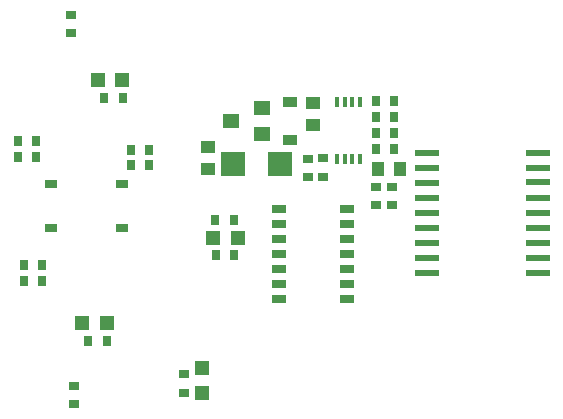
<source format=gbr>
%TF.GenerationSoftware,KiCad,Pcbnew,(5.1.8-0-10_14)*%
%TF.CreationDate,2022-01-05T18:09:54+08:00*%
%TF.ProjectId,MicroMouse,4d696372-6f4d-46f7-9573-652e6b696361,rev?*%
%TF.SameCoordinates,Original*%
%TF.FileFunction,Paste,Top*%
%TF.FilePolarity,Positive*%
%FSLAX46Y46*%
G04 Gerber Fmt 4.6, Leading zero omitted, Abs format (unit mm)*
G04 Created by KiCad (PCBNEW (5.1.8-0-10_14)) date 2022-01-05 18:09:54*
%MOMM*%
%LPD*%
G01*
G04 APERTURE LIST*
%ADD10R,0.787000X0.864000*%
%ADD11R,1.270000X0.700000*%
%ADD12R,2.000000X0.600000*%
%ADD13R,0.400000X0.950000*%
%ADD14R,1.000000X0.700000*%
%ADD15R,0.864000X0.787000*%
%ADD16R,1.400000X1.200000*%
%ADD17R,1.200000X1.200000*%
%ADD18R,1.220000X0.910000*%
%ADD19R,2.000000X2.000000*%
%ADD20R,1.200000X1.140000*%
%ADD21R,1.140000X1.200000*%
G04 APERTURE END LIST*
D10*
X78508700Y-86408400D03*
X80058700Y-86408400D03*
X78508700Y-85072360D03*
X80058700Y-85072360D03*
D11*
X96867440Y-90101400D03*
X96867440Y-91361400D03*
X96867440Y-92631400D03*
X96867440Y-95171400D03*
X96867440Y-96441400D03*
X96867440Y-97711400D03*
X91067440Y-97711400D03*
X91067440Y-96441400D03*
X91067440Y-95171400D03*
X91067440Y-90091400D03*
X91067440Y-91361400D03*
X91067440Y-92631400D03*
X96867440Y-93901400D03*
X91067440Y-93901400D03*
D12*
X113018440Y-85397480D03*
X113018440Y-86667480D03*
X113018440Y-87827480D03*
X113018440Y-89207480D03*
X113018440Y-90477480D03*
X113018440Y-91747480D03*
X113018440Y-93017480D03*
X113018440Y-94287480D03*
X113018440Y-95557480D03*
X103618440Y-95557480D03*
X103618440Y-94287480D03*
X103618440Y-93017480D03*
X103618440Y-91747480D03*
X103618440Y-90477480D03*
X103618440Y-89207480D03*
X103618440Y-87937480D03*
X103618440Y-86667480D03*
X103618440Y-85397480D03*
D13*
X95974400Y-81034060D03*
X96624400Y-81034060D03*
X97274400Y-81034060D03*
X97924400Y-81034060D03*
X97924400Y-85834060D03*
X97274400Y-85834060D03*
X95974400Y-85834060D03*
X96624400Y-85834060D03*
D14*
X77775200Y-91725500D03*
X71775200Y-91725500D03*
X77775200Y-88025500D03*
X71775200Y-88025500D03*
D15*
X82994500Y-105661760D03*
X82994500Y-104111760D03*
X73499980Y-75197000D03*
X73499980Y-73647000D03*
D10*
X70536100Y-84340700D03*
X68986100Y-84340700D03*
X69494100Y-96179640D03*
X71044100Y-96179640D03*
D15*
X73761600Y-106642200D03*
X73761600Y-105092200D03*
D10*
X76280980Y-80718660D03*
X77830980Y-80718660D03*
X74947480Y-101274880D03*
X76497480Y-101274880D03*
X68991180Y-85669120D03*
X70541180Y-85669120D03*
X71026320Y-94828360D03*
X69476320Y-94828360D03*
X85678980Y-91020900D03*
X87228980Y-91020900D03*
D15*
X93494860Y-87394080D03*
X93494860Y-85844080D03*
X99319220Y-89775000D03*
X99319220Y-88225000D03*
D10*
X100838440Y-84988540D03*
X99288440Y-84988540D03*
X99288440Y-83652500D03*
X100838440Y-83652500D03*
X100828280Y-80993120D03*
X99278280Y-80993120D03*
X99288440Y-82316460D03*
X100838440Y-82316460D03*
D16*
X87033720Y-82649200D03*
X89633720Y-81549200D03*
X89633720Y-83749200D03*
D17*
X77821500Y-79217520D03*
X75721500Y-79217520D03*
X76477840Y-99722940D03*
X74377840Y-99722940D03*
X87564940Y-92516960D03*
X85464940Y-92516960D03*
X84594700Y-105675140D03*
X84594700Y-103575140D03*
D18*
X92024340Y-84276580D03*
X92024340Y-81006580D03*
D19*
X87202400Y-86324580D03*
X91202400Y-86324580D03*
D10*
X87254380Y-94013020D03*
X85704380Y-94013020D03*
D20*
X85044420Y-84836180D03*
X85044420Y-86746180D03*
D21*
X101351180Y-86715080D03*
X99441180Y-86715080D03*
D15*
X94825820Y-87363300D03*
X94825820Y-85813300D03*
X100655260Y-88225000D03*
X100655260Y-89775000D03*
D20*
X93992840Y-83022540D03*
X93992840Y-81112540D03*
M02*

</source>
